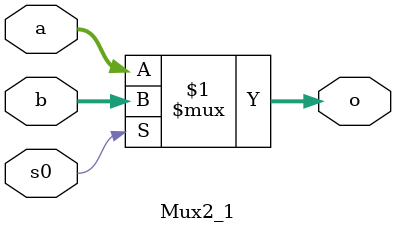
<source format=v>
`timescale 1ns / 1ps
module Mux2_1( a , b, s0 , o );
	input [15:0] a;
	input [15:0] b;
	input s0;
	output [15:0] o;

	assign o = s0 ? b : a;

endmodule

</source>
